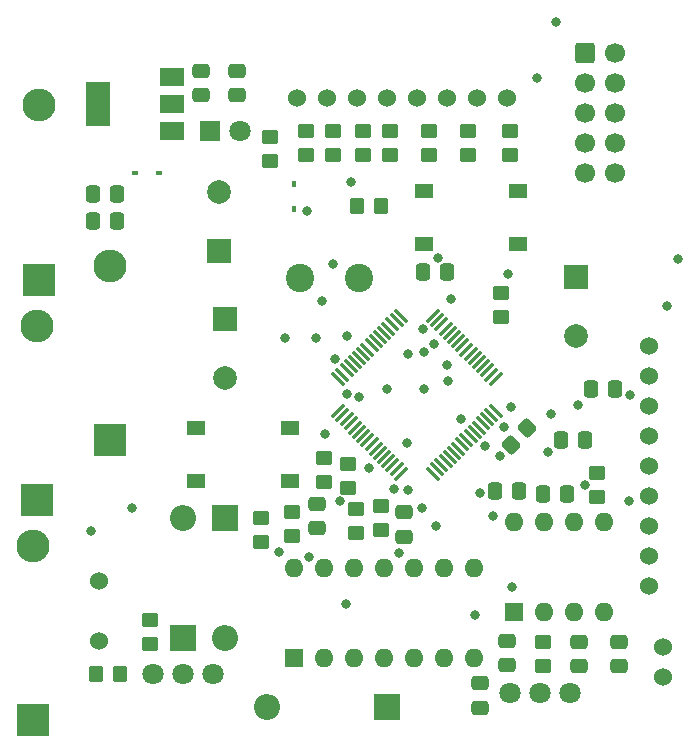
<source format=gts>
%TF.GenerationSoftware,KiCad,Pcbnew,(6.0.4)*%
%TF.CreationDate,2022-04-19T13:44:17-07:00*%
%TF.ProjectId,stm32f091_project_condensed_v02_afterchange,73746d33-3266-4303-9931-5f70726f6a65,v01*%
%TF.SameCoordinates,Original*%
%TF.FileFunction,Soldermask,Top*%
%TF.FilePolarity,Negative*%
%FSLAX46Y46*%
G04 Gerber Fmt 4.6, Leading zero omitted, Abs format (unit mm)*
G04 Created by KiCad (PCBNEW (6.0.4)) date 2022-04-19 13:44:17*
%MOMM*%
%LPD*%
G01*
G04 APERTURE LIST*
G04 Aperture macros list*
%AMRoundRect*
0 Rectangle with rounded corners*
0 $1 Rounding radius*
0 $2 $3 $4 $5 $6 $7 $8 $9 X,Y pos of 4 corners*
0 Add a 4 corners polygon primitive as box body*
4,1,4,$2,$3,$4,$5,$6,$7,$8,$9,$2,$3,0*
0 Add four circle primitives for the rounded corners*
1,1,$1+$1,$2,$3*
1,1,$1+$1,$4,$5*
1,1,$1+$1,$6,$7*
1,1,$1+$1,$8,$9*
0 Add four rect primitives between the rounded corners*
20,1,$1+$1,$2,$3,$4,$5,0*
20,1,$1+$1,$4,$5,$6,$7,0*
20,1,$1+$1,$6,$7,$8,$9,0*
20,1,$1+$1,$8,$9,$2,$3,0*%
G04 Aperture macros list end*
%ADD10C,1.524000*%
%ADD11RoundRect,0.250000X-0.337500X-0.475000X0.337500X-0.475000X0.337500X0.475000X-0.337500X0.475000X0*%
%ADD12R,2.000000X2.000000*%
%ADD13C,2.000000*%
%ADD14RoundRect,0.250000X0.450000X-0.350000X0.450000X0.350000X-0.450000X0.350000X-0.450000X-0.350000X0*%
%ADD15R,2.200000X2.200000*%
%ADD16O,2.200000X2.200000*%
%ADD17R,1.600000X1.600000*%
%ADD18O,1.600000X1.600000*%
%ADD19RoundRect,0.250000X0.475000X-0.337500X0.475000X0.337500X-0.475000X0.337500X-0.475000X-0.337500X0*%
%ADD20RoundRect,0.250000X0.337500X0.475000X-0.337500X0.475000X-0.337500X-0.475000X0.337500X-0.475000X0*%
%ADD21R,0.450000X0.600000*%
%ADD22C,1.800000*%
%ADD23RoundRect,0.250000X-0.475000X0.337500X-0.475000X-0.337500X0.475000X-0.337500X0.475000X0.337500X0*%
%ADD24R,1.550000X1.300000*%
%ADD25C,2.400000*%
%ADD26RoundRect,0.250000X-0.450000X0.350000X-0.450000X-0.350000X0.450000X-0.350000X0.450000X0.350000X0*%
%ADD27R,2.800000X2.800000*%
%ADD28O,2.800000X2.800000*%
%ADD29RoundRect,0.075000X0.441942X0.548008X-0.548008X-0.441942X-0.441942X-0.548008X0.548008X0.441942X0*%
%ADD30RoundRect,0.075000X-0.441942X0.548008X-0.548008X0.441942X0.441942X-0.548008X0.548008X-0.441942X0*%
%ADD31R,1.800000X1.800000*%
%ADD32R,2.000000X1.500000*%
%ADD33R,2.000000X3.800000*%
%ADD34RoundRect,0.250000X0.350000X0.450000X-0.350000X0.450000X-0.350000X-0.450000X0.350000X-0.450000X0*%
%ADD35R,0.600000X0.450000*%
%ADD36RoundRect,0.250000X-0.600000X-0.600000X0.600000X-0.600000X0.600000X0.600000X-0.600000X0.600000X0*%
%ADD37C,1.700000*%
%ADD38RoundRect,0.250000X0.070711X-0.565685X0.565685X-0.070711X-0.070711X0.565685X-0.565685X0.070711X0*%
%ADD39C,0.800000*%
G04 APERTURE END LIST*
D10*
%TO.C,J3*%
X109757620Y-91664760D03*
X112297620Y-91664760D03*
X114837620Y-91664760D03*
X117377620Y-91664760D03*
X119917620Y-91664760D03*
X122457620Y-91664760D03*
X124997620Y-91664760D03*
X127537620Y-91664760D03*
%TD*%
D11*
%TO.C,C20*%
X134616120Y-116256760D03*
X136691120Y-116256760D03*
%TD*%
D12*
%TO.C,C18*%
X133367620Y-106777083D03*
D13*
X133367620Y-111777083D03*
%TD*%
D14*
%TO.C,R18*%
X120921620Y-96428760D03*
X120921620Y-94428760D03*
%TD*%
D15*
%TO.C,D3*%
X117357620Y-143174760D03*
D16*
X107197620Y-143174760D03*
%TD*%
D17*
%TO.C,U2*%
X109477620Y-139064760D03*
D18*
X112017620Y-139064760D03*
X114557620Y-139064760D03*
X117097620Y-139064760D03*
X119637620Y-139064760D03*
X122177620Y-139064760D03*
X124717620Y-139064760D03*
X124717620Y-131444760D03*
X122177620Y-131444760D03*
X119637620Y-131444760D03*
X117097620Y-131444760D03*
X114557620Y-131444760D03*
X112017620Y-131444760D03*
X109477620Y-131444760D03*
%TD*%
D19*
%TO.C,C15*%
X133657620Y-139752260D03*
X133657620Y-137677260D03*
%TD*%
D20*
%TO.C,C4*%
X94527120Y-99746760D03*
X92452120Y-99746760D03*
%TD*%
D21*
%TO.C,D5*%
X109491620Y-101050760D03*
X109491620Y-98950760D03*
%TD*%
D11*
%TO.C,C16*%
X126488120Y-124892760D03*
X128563120Y-124892760D03*
%TD*%
D22*
%TO.C,RV1*%
X97553620Y-140386760D03*
X100093620Y-140386760D03*
X102633620Y-140386760D03*
%TD*%
D10*
%TO.C,J4*%
X92981620Y-137592760D03*
X92981620Y-132512760D03*
%TD*%
D23*
%TO.C,C12*%
X118837620Y-126687260D03*
X118837620Y-128762260D03*
%TD*%
D24*
%TO.C,SW1*%
X101193620Y-124094760D03*
X109153620Y-124094760D03*
X109153620Y-119594760D03*
X101193620Y-119594760D03*
%TD*%
D14*
%TO.C,R3*%
X109307620Y-128724760D03*
X109307620Y-126724760D03*
%TD*%
D25*
%TO.C,100mH1*%
X115039620Y-106858760D03*
X110039620Y-106858760D03*
%TD*%
D26*
%TO.C,R4*%
X106697620Y-127194760D03*
X106697620Y-129194760D03*
%TD*%
D27*
%TO.C,D7*%
X87717620Y-125674760D03*
D28*
X87717620Y-110914760D03*
%TD*%
D14*
%TO.C,R8*%
X116827620Y-128184760D03*
X116827620Y-126184760D03*
%TD*%
D10*
%TO.C,LS1*%
X140757620Y-138134760D03*
X140757620Y-140674760D03*
%TD*%
D24*
%TO.C,SW2*%
X128457620Y-104028760D03*
X120497620Y-104028760D03*
X128457620Y-99528760D03*
X120497620Y-99528760D03*
%TD*%
D26*
%TO.C,R9*%
X130587620Y-137704760D03*
X130587620Y-139704760D03*
%TD*%
%TO.C,R5*%
X114757620Y-126424760D03*
X114757620Y-128424760D03*
%TD*%
D27*
%TO.C,D8*%
X93887620Y-120604760D03*
D28*
X93887620Y-105844760D03*
%TD*%
D26*
%TO.C,R11*%
X107459620Y-96936760D03*
X107459620Y-94936760D03*
%TD*%
D11*
%TO.C,C19*%
X132076120Y-120574760D03*
X134151120Y-120574760D03*
%TD*%
D19*
%TO.C,C11*%
X125277620Y-143272260D03*
X125277620Y-141197260D03*
%TD*%
D29*
%TO.C,U3*%
X126570101Y-115403579D03*
X126216548Y-115050026D03*
X125862995Y-114696473D03*
X125509441Y-114342919D03*
X125155888Y-113989366D03*
X124802334Y-113635812D03*
X124448781Y-113282259D03*
X124095228Y-112928706D03*
X123741674Y-112575152D03*
X123388121Y-112221599D03*
X123034568Y-111868046D03*
X122681014Y-111514492D03*
X122327461Y-111160939D03*
X121973907Y-110807385D03*
X121620354Y-110453832D03*
X121266801Y-110100279D03*
D30*
X118544439Y-110100279D03*
X118190886Y-110453832D03*
X117837333Y-110807385D03*
X117483779Y-111160939D03*
X117130226Y-111514492D03*
X116776672Y-111868046D03*
X116423119Y-112221599D03*
X116069566Y-112575152D03*
X115716012Y-112928706D03*
X115362459Y-113282259D03*
X115008906Y-113635812D03*
X114655352Y-113989366D03*
X114301799Y-114342919D03*
X113948245Y-114696473D03*
X113594692Y-115050026D03*
X113241139Y-115403579D03*
D29*
X113241139Y-118125941D03*
X113594692Y-118479494D03*
X113948245Y-118833047D03*
X114301799Y-119186601D03*
X114655352Y-119540154D03*
X115008906Y-119893708D03*
X115362459Y-120247261D03*
X115716012Y-120600814D03*
X116069566Y-120954368D03*
X116423119Y-121307921D03*
X116776672Y-121661474D03*
X117130226Y-122015028D03*
X117483779Y-122368581D03*
X117837333Y-122722135D03*
X118190886Y-123075688D03*
X118544439Y-123429241D03*
D30*
X121266801Y-123429241D03*
X121620354Y-123075688D03*
X121973907Y-122722135D03*
X122327461Y-122368581D03*
X122681014Y-122015028D03*
X123034568Y-121661474D03*
X123388121Y-121307921D03*
X123741674Y-120954368D03*
X124095228Y-120600814D03*
X124448781Y-120247261D03*
X124802334Y-119893708D03*
X125155888Y-119540154D03*
X125509441Y-119186601D03*
X125862995Y-118833047D03*
X126216548Y-118479494D03*
X126570101Y-118125941D03*
%TD*%
D15*
%TO.C,D1*%
X100093620Y-137338760D03*
D16*
X100093620Y-127178760D03*
%TD*%
D14*
%TO.C,R6*%
X111997620Y-124104760D03*
X111997620Y-122104760D03*
%TD*%
D22*
%TO.C,RV2*%
X127779620Y-141974260D03*
X130319620Y-141974260D03*
X132859620Y-141974260D03*
%TD*%
D31*
%TO.C,LD1*%
X102374620Y-94412760D03*
D22*
X104914620Y-94412760D03*
%TD*%
D14*
%TO.C,R19*%
X124223620Y-96428760D03*
X124223620Y-94428760D03*
%TD*%
D11*
%TO.C,C23*%
X120392120Y-106350760D03*
X122467120Y-106350760D03*
%TD*%
D20*
%TO.C,C2*%
X94527120Y-102032760D03*
X92452120Y-102032760D03*
%TD*%
D14*
%TO.C,R20*%
X127779620Y-96428760D03*
X127779620Y-94428760D03*
%TD*%
D12*
%TO.C,C22*%
X103649620Y-110333083D03*
D13*
X103649620Y-115333083D03*
%TD*%
D32*
%TO.C,U1*%
X99179620Y-94426760D03*
D33*
X92879620Y-92126760D03*
D32*
X99179620Y-92126760D03*
X99179620Y-89826760D03*
%TD*%
D12*
%TO.C,C21*%
X103141620Y-104572760D03*
D13*
X103141620Y-99572760D03*
%TD*%
D19*
%TO.C,C14*%
X137037620Y-139742260D03*
X137037620Y-137667260D03*
%TD*%
D34*
%TO.C,R1*%
X94743620Y-140386760D03*
X92743620Y-140386760D03*
%TD*%
D23*
%TO.C,C13*%
X127567620Y-137567260D03*
X127567620Y-139642260D03*
%TD*%
D26*
%TO.C,R21*%
X126987620Y-108174760D03*
X126987620Y-110174760D03*
%TD*%
D23*
%TO.C,C8*%
X101617620Y-89311260D03*
X101617620Y-91386260D03*
%TD*%
D27*
%TO.C,D9*%
X87417620Y-144334760D03*
D28*
X87417620Y-129574760D03*
%TD*%
D15*
%TO.C,D4*%
X103649620Y-127178760D03*
D16*
X103649620Y-137338760D03*
%TD*%
D35*
%TO.C,D2*%
X98095620Y-97968760D03*
X95995620Y-97968760D03*
%TD*%
D14*
%TO.C,R15*%
X112793620Y-96428760D03*
X112793620Y-94428760D03*
%TD*%
%TO.C,R16*%
X115333620Y-96428760D03*
X115333620Y-94428760D03*
%TD*%
D26*
%TO.C,R7*%
X114063620Y-122622760D03*
X114063620Y-124622760D03*
%TD*%
D11*
%TO.C,C17*%
X130552120Y-125146760D03*
X132627120Y-125146760D03*
%TD*%
D17*
%TO.C,U4*%
X128160620Y-135179760D03*
D18*
X130700620Y-135179760D03*
X133240620Y-135179760D03*
X135780620Y-135179760D03*
X135780620Y-127559760D03*
X133240620Y-127559760D03*
X130700620Y-127559760D03*
X128160620Y-127559760D03*
%TD*%
D26*
%TO.C,R10*%
X135145620Y-123384760D03*
X135145620Y-125384760D03*
%TD*%
D14*
%TO.C,R17*%
X117619620Y-96428760D03*
X117619620Y-94428760D03*
%TD*%
D34*
%TO.C,R13*%
X116837620Y-100804760D03*
X114837620Y-100804760D03*
%TD*%
D14*
%TO.C,R14*%
X110507620Y-96428760D03*
X110507620Y-94428760D03*
%TD*%
D27*
%TO.C,D6*%
X87907620Y-107014760D03*
D28*
X87907620Y-92254760D03*
%TD*%
D10*
%TO.C,J2*%
X139528245Y-112656011D03*
X139528245Y-115196011D03*
X139528245Y-117736011D03*
X139528245Y-120276011D03*
X139528245Y-122816011D03*
X139528245Y-125356011D03*
X139528245Y-127896011D03*
X139528245Y-130436011D03*
X139528245Y-132976011D03*
%TD*%
D36*
%TO.C,J1*%
X134125120Y-87854760D03*
D37*
X136665120Y-87854760D03*
X134125120Y-90394760D03*
X136665120Y-90394760D03*
X134125120Y-92934760D03*
X136665120Y-92934760D03*
X134125120Y-95474760D03*
X136665120Y-95474760D03*
X134125120Y-98014760D03*
X136665120Y-98014760D03*
%TD*%
D23*
%TO.C,C7*%
X111467620Y-125977260D03*
X111467620Y-128052260D03*
%TD*%
D14*
%TO.C,R2*%
X97299620Y-137830760D03*
X97299620Y-135830760D03*
%TD*%
D23*
%TO.C,C10*%
X104665620Y-89311260D03*
X104665620Y-91386260D03*
%TD*%
D38*
%TO.C,R12*%
X127834513Y-121027867D03*
X129248727Y-119613653D03*
%TD*%
D39*
X95767620Y-126374760D03*
X127927620Y-133024760D03*
X121327620Y-112479412D03*
X126907659Y-121907260D03*
X112968112Y-113704760D03*
X126382620Y-127050513D03*
X111397620Y-111984760D03*
X118000620Y-124765760D03*
X120317620Y-126344760D03*
X123597620Y-118794760D03*
X130065620Y-89967760D03*
X112158620Y-120074316D03*
X108727620Y-111964760D03*
X120410627Y-111180606D03*
X124807620Y-135414760D03*
X110797620Y-130454760D03*
X122807620Y-108664760D03*
X137877120Y-125724760D03*
X125257620Y-125034760D03*
X108221620Y-130035260D03*
X137967620Y-116764760D03*
X141117620Y-109284760D03*
X127277620Y-119472469D03*
X134148673Y-124384760D03*
X125684435Y-121057945D03*
X111907620Y-108834760D03*
X113977620Y-111764760D03*
X114317620Y-98754760D03*
X112767620Y-105694760D03*
X121703772Y-105140705D03*
X127657620Y-106544760D03*
X115857620Y-122984760D03*
X117357620Y-116234760D03*
X121527620Y-127834760D03*
X119177620Y-113334760D03*
X119027620Y-120824760D03*
X131717620Y-85224760D03*
X122447620Y-114244760D03*
X120467620Y-116270260D03*
X142017620Y-105284760D03*
X120502620Y-113159760D03*
X122497620Y-115634760D03*
X127906620Y-117780760D03*
X133552620Y-117609760D03*
X110570120Y-101196179D03*
X119140853Y-124841412D03*
X113352344Y-125781083D03*
X131235998Y-118416382D03*
X114967620Y-116924760D03*
X131007620Y-121624760D03*
X113887620Y-134484760D03*
X114017620Y-116714760D03*
X92287620Y-128274760D03*
X118347620Y-130174760D03*
M02*

</source>
